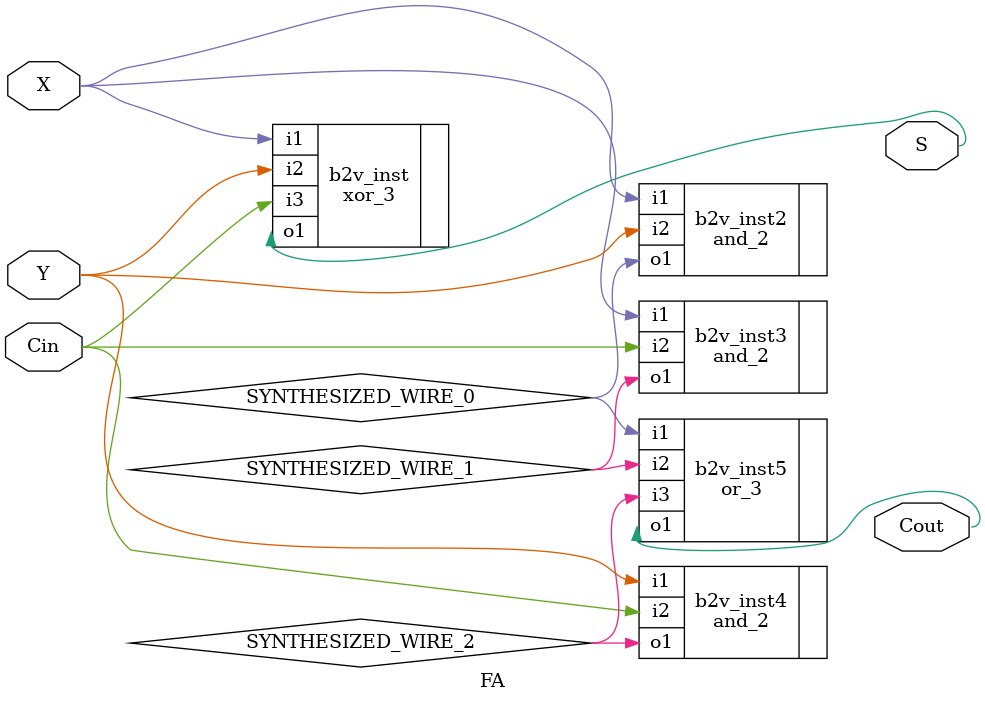
<source format=v>


module FA(
	X,
	Y,
	Cin,
	S,
	Cout
);


input wire	X;
input wire	Y;
input wire	Cin;
output wire	S;
output wire	Cout;

wire	SYNTHESIZED_WIRE_0;
wire	SYNTHESIZED_WIRE_1;
wire	SYNTHESIZED_WIRE_2;





xor_3	b2v_inst(
	.i1(X),
	.i2(Y),
	.i3(Cin),
	.o1(S));


and_2	b2v_inst2(
	.i1(X),
	.i2(Y),
	.o1(SYNTHESIZED_WIRE_0));


and_2	b2v_inst3(
	.i1(X),
	.i2(Cin),
	.o1(SYNTHESIZED_WIRE_1));


and_2	b2v_inst4(
	.i1(Y),
	.i2(Cin),
	.o1(SYNTHESIZED_WIRE_2));


or_3	b2v_inst5(
	.i1(SYNTHESIZED_WIRE_0),
	.i2(SYNTHESIZED_WIRE_1),
	.i3(SYNTHESIZED_WIRE_2),
	.o1(Cout));


endmodule

</source>
